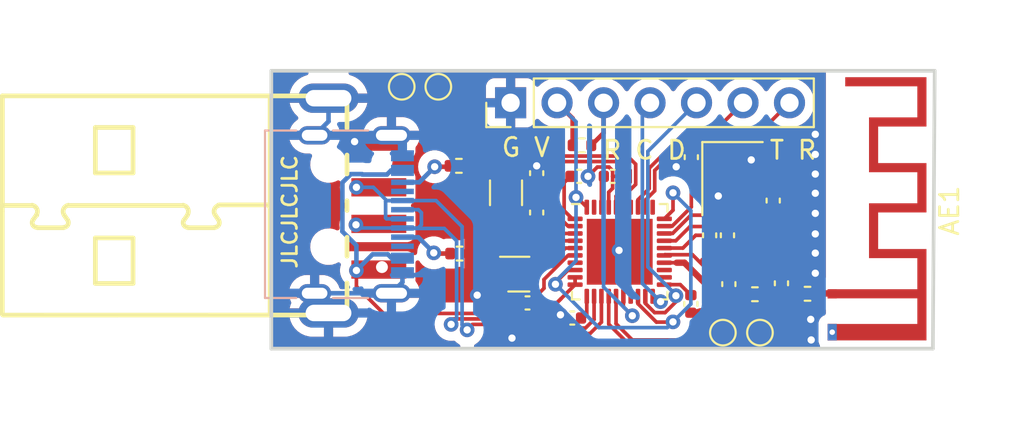
<source format=kicad_pcb>
(kicad_pcb (version 20221018) (generator pcbnew)
  (layers (0 "F.Cu" signal) (1 "In1.Cu" signal) (2 "In2.Cu" signal) (31 "B.Cu" signal) (34 "B.Paste" user) (35 "F.Paste" user) (36 "B.SilkS" user "B.Silkscreen") (37 "F.SilkS" user "F.Silkscreen") (38 "B.Mask" user) (39 "F.Mask" user) (44 "Edge.Cuts" user))
  (net 0 "")
  (net 1 "Net-(AE1-A)")
  (net 2 "GND")
  (net 3 "Net-(U1-ANT)")
  (net 4 "Net-(U1-XC1)")
  (net 5 "Net-(U1-XC2)")
  (net 6 "Net-(U1-XL1{slash}P0.00)")
  (net 7 "Net-(U1-XL2{slash}P0.01)")
  (net 8 "Net-(U1-DEC1)")
  (net 9 "Net-(U1-DEC3)")
  (net 10 "Net-(U1-DEC4)")
  (net 11 "Net-(U1-DEC5)")
  (net 12 "Net-(U1-DEC6)")
  (net 13 "Net-(U1-DECUSB)")
  (net 14 "Net-(J1-CC1)")
  (net 15 "D+")
  (net 16 "D-")
  (net 18 "Net-(J1-CC2)")
  (net 20 "Net-(J2-Pin_3)")
  (net 21 "Net-(J2-Pin_4)")
  (net 22 "Net-(J2-Pin_5)")
  (net 23 "TX")
  (net 24 "RX")
  (net 26 "Net-(U1-P0.14)")
  (net 27 "Net-(U1-P0.15)")
  (net 33 "Net-(D1-RA)")
  (net 34 "Net-(D1-BA)")
  (net 35 "Net-(D1-GA)")
  (net 36 "+5V")
  (net 37 "+3V3")
  (net 38 "Net-(C2-Pad2)")
  (net 39 "Net-(U1-AIN1{slash}P0.03)")
  (net 40 "Net-(U1-AIN0{slash}P0.02)")
  (footprint "Resistor_SMD:R_0402_1005Metric" (layer "F.Cu") (at 37.5095 37.425)
    (fp_text reference "R6" hide)
    (fp_text value "5.1k")
    (pad "1" smd roundrect (at -0.51 0) (size 0.54 0.64) (layers "F.Cu" "F.Paste" "F.Mask") (net 14 "Net-(J1-CC1)"))
    (pad "2" smd roundrect (at 0.51 0) (size 0.54 0.64) (layers "F.Cu" "F.Paste" "F.Mask") (net 2 "GND"))
  )
  (footprint "Resistor_SMD:R_0402_1005Metric" (layer "F.Cu") (at 37.4745 32.625)
    (fp_text reference "R5" hide)
    (fp_text value "5.1k")
    (pad "1" smd roundrect (at -0.51 0) (size 0.54 0.64) (layers "F.Cu" "F.Paste" "F.Mask") (net 18 "Net-(J1-CC2)"))
    (pad "2" smd roundrect (at 0.51 0) (size 0.54 0.64) (layers "F.Cu" "F.Paste" "F.Mask") (net 2 "GND"))
  )
  (footprint "TestPoint:TestPoint_Pad_D1.0mm" (layer "F.Cu") (at 53.925 41.75 90)
    (fp_text reference "TP4" hide)
    (fp_text value "TestPoint")
    (pad "1" smd circle (at 0 0 90) (size 1 1) (layers "F.Cu" "F.Mask") (net 26 "Net-(U1-P0.14)"))
  )
  (footprint "Capacitor_SMD:C_0402_1005Metric" (layer "F.Cu") (at 50.1745 32.15 90)
    (fp_text reference "C5" hide)
    (fp_text value "12p")
    (pad "1" smd roundrect (at -0.48 0 90) (size 0.56 0.62) (layers "F.Cu" "F.Paste" "F.Mask") (net 5 "Net-(U1-XC2)"))
    (pad "2" smd roundrect (at 0.48 0 90) (size 0.56 0.62) (layers "F.Cu" "F.Paste" "F.Mask") (net 2 "GND"))
  )
  (footprint "Resistor_SMD:R_0402_1005Metric" (layer "F.Cu") (at 56.525 39.625 180)
    (fp_text reference "R1" hide)
    (fp_text value "R_Small")
    (pad "1" smd roundrect (at -0.51 0 180) (size 0.54 0.64) (layers "F.Cu" "F.Paste" "F.Mask") (net 1 "Net-(AE1-A)"))
    (pad "2" smd roundrect (at 0.51 0 180) (size 0.54 0.64) (layers "F.Cu" "F.Paste" "F.Mask") (net 38 "Net-(C2-Pad2)"))
  )
  (footprint "Resistor_SMD:R_0402_1005Metric" (layer "F.Cu") (at 44.1995 31.5)
    (fp_text reference "R2" hide)
    (fp_text value "R_Small")
    (pad "1" smd roundrect (at -0.51 0) (size 0.54 0.64) (layers "F.Cu" "F.Paste" "F.Mask") (net 37 "+3V3"))
    (pad "2" smd roundrect (at 0.51 0) (size 0.54 0.64) (layers "F.Cu" "F.Paste" "F.Mask") (net 20 "Net-(J2-Pin_3)"))
  )
  (footprint "Capacitor_SMD:C_0402_1005Metric" (layer "F.Cu") (at 54.6495 34.525 -90)
    (fp_text reference "C4" hide)
    (fp_text value "12p")
    (pad "1" smd roundrect (at -0.48 0 270) (size 0.56 0.62) (layers "F.Cu" "F.Paste" "F.Mask") (net 2 "GND"))
    (pad "2" smd roundrect (at 0.48 0 270) (size 0.56 0.62) (layers "F.Cu" "F.Paste" "F.Mask") (net 4 "Net-(U1-XC1)"))
  )
  (footprint "Capacitor_SMD:C_0402_1005Metric" (layer "F.Cu") (at 44.0495 33.2 180)
    (fp_text reference "C8" hide)
    (fp_text value "100n")
    (pad "1" smd roundrect (at -0.48 0 180) (size 0.56 0.62) (layers "F.Cu" "F.Paste" "F.Mask") (net 2 "GND"))
    (pad "2" smd roundrect (at 0.48 0 180) (size 0.56 0.62) (layers "F.Cu" "F.Paste" "F.Mask") (net 8 "Net-(U1-DEC1)"))
  )
  (footprint "Capacitor_SMD:C_0402_1005Metric" (layer "F.Cu") (at 52.225 39.095 -90)
    (fp_text reference "C3" hide)
    (fp_text value "12p")
    (pad "1" smd roundrect (at -0.48 0 270) (size 0.56 0.62) (layers "F.Cu" "F.Paste" "F.Mask") (net 2 "GND"))
    (pad "2" smd roundrect (at 0.48 0 270) (size 0.56 0.62) (layers "F.Cu" "F.Paste" "F.Mask") (net 3 "Net-(U1-ANT)"))
  )
  (footprint "Capacitor_SMD:C_0402_1005Metric" (layer "F.Cu") (at 41.2245 40.125 180)
    (fp_text reference "C1" hide)
    (fp_text value "100n")
    (pad "1" smd roundrect (at -0.48 0 180) (size 0.56 0.62) (layers "F.Cu" "F.Paste" "F.Mask") (net 36 "+5V"))
    (pad "2" smd roundrect (at 0.48 0 180) (size 0.56 0.62) (layers "F.Cu" "F.Paste" "F.Mask") (net 2 "GND"))
  )
  (footprint "Capacitor_SMD:C_0402_1005Metric" (layer "F.Cu") (at 51.1745 36.425 90)
    (fp_text reference "C9" hide)
    (fp_text value "100n")
    (pad "1" smd roundrect (at -0.48 0 90) (size 0.56 0.62) (layers "F.Cu" "F.Paste" "F.Mask") (net 2 "GND"))
    (pad "2" smd roundrect (at 0.48 0 90) (size 0.56 0.62) (layers "F.Cu" "F.Paste" "F.Mask") (net 9 "Net-(U1-DEC3)"))
  )
  (footprint "Capacitor_SMD:C_0402_1005Metric" (layer "F.Cu") (at 50.1495 40.18 90)
    (fp_text reference "C11" hide)
    (fp_text value "100n")
    (pad "1" smd roundrect (at -0.48 0 90) (size 0.56 0.62) (layers "F.Cu" "F.Paste" "F.Mask") (net 2 "GND"))
    (pad "2" smd roundrect (at 0.48 0 90) (size 0.56 0.62) (layers "F.Cu" "F.Paste" "F.Mask") (net 11 "Net-(U1-DEC5)"))
  )
  (footprint "Capacitor_SMD:C_0402_1005Metric" (layer "F.Cu") (at 52.1495 36.425 90)
    (fp_text reference "C12" hide)
    (fp_text value "100n")
    (pad "1" smd roundrect (at -0.48 0 90) (size 0.56 0.62) (layers "F.Cu" "F.Paste" "F.Mask") (net 2 "GND"))
    (pad "2" smd roundrect (at 0.48 0 90) (size 0.56 0.62) (layers "F.Cu" "F.Paste" "F.Mask") (net 12 "Net-(U1-DEC6)"))
  )
  (footprint "TestPoint:TestPoint_Pad_D1.0mm" (layer "F.Cu") (at 34.35 28.3)
    (fp_text reference "TP2" hide)
    (fp_text value "TestPoint")
    (pad "1" smd circle (at 0 0) (size 1 1) (layers "F.Cu" "F.Mask") (net 40 "Net-(U1-AIN0{slash}P0.02)"))
  )
  (footprint "Package_DFN_QFN:QFN-40-1EP_5x5mm_P0.4mm_EP3.6x3.6mm" (layer "F.Cu") (at 46.262 37.325)
    (fp_text reference "U1" hide)
    (fp_text value "nRF52820-QDxx")
    (pad "1" smd roundrect (at -2.4375 -1.8) (size 0.825 0.25) (layers "F.Cu" "F.Paste" "F.Mask") (net 8 "Net-(U1-DEC1)"))
    (pad "2" smd roundrect (at -2.4375 -1.4) (size 0.825 0.25) (layers "F.Cu" "F.Paste" "F.Mask") (net 6 "Net-(U1-XL1{slash}P0.00)"))
    (pad "3" smd roundrect (at -2.4375 -1) (size 0.825 0.25) (layers "F.Cu" "F.Paste" "F.Mask") (net 7 "Net-(U1-XL2{slash}P0.01)"))
    (pad "4" smd roundrect (at -2.4375 -0.6) (size 0.825 0.25) (layers "F.Cu" "F.Paste" "F.Mask") (net 34 "Net-(D1-BA)"))
    (pad "5" smd roundrect (at -2.4375 -0.2) (size 0.825 0.25) (layers "F.Cu" "F.Paste" "F.Mask") (net 35 "Net-(D1-GA)"))
    (pad "6" smd roundrect (at -2.4375 0.2) (size 0.825 0.25) (layers "F.Cu" "F.Paste" "F.Mask") (net 33 "Net-(D1-RA)"))
    (pad "7" smd roundrect (at -2.4375 0.6) (size 0.825 0.25) (layers "F.Cu" "F.Paste" "F.Mask"))
    (pad "8" smd roundrect (at -2.4375 1) (size 0.825 0.25) (layers "F.Cu" "F.Paste" "F.Mask") (net 37 "+3V3"))
    (pad "9" smd roundrect (at -2.4375 1.4) (size 0.825 0.25) (layers "F.Cu" "F.Paste" "F.Mask") (net 36 "+5V"))
    (pad "10" smd roundrect (at -2.4375 1.8) (size 0.825 0.25) (layers "F.Cu" "F.Paste" "F.Mask") (net 36 "+5V"))
    (pad "11" smd roundrect (at -1.8 2.4375) (size 0.25 0.825) (layers "F.Cu" "F.Paste" "F.Mask") (net 13 "Net-(U1-DECUSB)"))
    (pad "12" smd roundrect (at -1.4 2.4375) (size 0.25 0.825) (layers "F.Cu" "F.Paste" "F.Mask") (net 16 "D-"))
    (pad "13" smd roundrect (at -1 2.4375) (size 0.25 0.825) (layers "F.Cu" "F.Paste" "F.Mask") (net 15 "D+"))
    (pad "14" smd roundrect (at -0.6 2.4375) (size 0.25 0.825) (layers "F.Cu" "F.Paste" "F.Mask") (net 26 "Net-(U1-P0.14)"))
    (pad "15" smd roundrect (at -0.2 2.4375) (size 0.25 0.825) (layers "F.Cu" "F.Paste" "F.Mask") (net 27 "Net-(U1-P0.15)"))
    (pad "16" smd roundrect (at 0.2 2.4375) (size 0.25 0.825) (layers "F.Cu" "F.Paste" "F.Mask") (net 20 "Net-(J2-Pin_3)"))
    (pad "17" smd roundrect (at 0.6 2.4375) (size 0.25 0.825) (layers "F.Cu" "F.Paste" "F.Mask"))
    (pad "18" smd roundrect (at 1 2.4375) (size 0.25 0.825) (layers "F.Cu" "F.Paste" "F.Mask") (net 37 "+3V3"))
    (pad "19" smd roundrect (at 1.4 2.4375) (size 0.25 0.825) (layers "F.Cu" "F.Paste" "F.Mask") (net 22 "Net-(J2-Pin_5)"))
    (pad "20" smd roundrect (at 1.8 2.4375) (size 0.25 0.825) (layers "F.Cu" "F.Paste" "F.Mask") (net 21 "Net-(J2-Pin_4)"))
    (pad "21" smd roundrect (at 2.4375 1.8) (size 0.825 0.25) (layers "F.Cu" "F.Paste" "F.Mask") (net 11 "Net-(U1-DEC5)"))
    (pad "22" smd roundrect (at 2.4375 1.4) (size 0.825 0.25) (layers "F.Cu" "F.Paste" "F.Mask"))
    (pad "23" smd roundrect (at 2.4375 1) (size 0.825 0.25) (layers "F.Cu" "F.Paste" "F.Mask"))
    (pad "24" smd roundrect (at 2.4375 0.6) (size 0.825 0.25) (layers "F.Cu" "F.Paste" "F.Mask") (net 3 "Net-(U1-ANT)"))
    (pad "25" smd roundrect (at 2.4375 0.2) (size 0.825 0.25) (layers "F.Cu" "F.Paste" "F.Mask") (net 2 "GND"))
    (pad "26" smd roundrect (at 2.4375 -0.2) (size 0.825 0.25) (layers "F.Cu" "F.Paste" "F.Mask") (net 12 "Net-(U1-DEC6)"))
    (pad "27" smd roundrect (at 2.4375 -0.6) (size 0.825 0.25) (layers "F.Cu" "F.Paste" "F.Mask") (net 9 "Net-(U1-DEC3)"))
    (pad "28" smd roundrect (at 2.4375 -1) (size 0.825 0.25) (layers "F.Cu" "F.Paste" "F.Mask") (net 4 "Net-(U1-XC1)"))
    (pad "29" smd roundrect (at 2.4375 -1.4) (size 0.825 0.25) (layers "F.Cu" "F.Paste" "F.Mask") (net 5 "Net-(U1-XC2)"))
    (pad "30" smd roundrect (at 2.4375 -1.8) (size 0.825 0.25) (layers "F.Cu" "F.Paste" "F.Mask") (net 37 "+3V3"))
    (pad "31" smd roundrect (at 1.8 -2.4375) (size 0.25 0.825) (layers "F.Cu" "F.Paste" "F.Mask"))
    (pad "32" smd roundrect (at 1.4 -2.4375) (size 0.25 0.825) (layers "F.Cu" "F.Paste" "F.Mask") (net 24 "RX"))
    (pad "33" smd roundrect (at 1 -2.4375) (size 0.25 0.825) (layers "F.Cu" "F.Paste" "F.Mask") (net 23 "TX"))
    (pad "34" smd roundrect (at 0.6 -2.4375) (size 0.25 0.825) (layers "F.Cu" "F.Paste" "F.Mask"))
    (pad "35" smd roundrect (at 0.2 -2.4375) (size 0.25 0.825) (layers "F.Cu" "F.Paste" "F.Mask") (net 39 "Net-(U1-AIN1{slash}P0.03)"))
    (pad "36" smd roundrect (at -0.2 -2.4375) (size 0.25 0.825) (layers "F.Cu" "F.Paste" "F.Mask") (net 40 "Net-(U1-AIN0{slash}P0.02)"))
    (pad "37" smd roundrect (at -0.6 -2.4375) (size 0.25 0.825) (layers "F.Cu" "F.Paste" "F.Mask") (net 2 "GND"))
    (pad "38" smd roundrect (at -1 -2.4375) (size 0.25 0.825) (layers "F.Cu" "F.Paste" "F.Mask") (net 10 "Net-(U1-DEC4)"))
    (pad "39" smd roundrect (at -1.4 -2.4375) (size 0.25 0.825) (layers "F.Cu" "F.Paste" "F.Mask"))
    (pad "40" smd roundrect (at -1.8 -2.4375) (size 0.25 0.825) (layers "F.Cu" "F.Paste" "F.Mask") (net 37 "+3V3"))
    (pad "41" smd rect (at 0 0) (size 3.6 3.6) (layers "F.Cu" "F.Mask") (net 2 "GND"))
  )
  (footprint "TestPoint:TestPoint_Pad_D1.0mm" (layer "F.Cu") (at 51.9 41.75 90)
    (fp_text reference "TP5" hide)
    (fp_text value "TestPoint")
    (pad "1" smd circle (at 0 0 90) (size 1 1) (layers "F.Cu" "F.Mask") (net 27 "Net-(U1-P0.15)"))
  )
  (footprint "Crystal:Crystal_SMD_3225-4Pin_3.2x2.5mm" (layer "F.Cu") (at 52.4245 33.325 -90)
    (fp_text reference "Y1" hide)
    (fp_text value "Crystal_GND24_Small")
    (pad "1" smd rect (at -1.1 0.85 270) (size 1.4 1.2) (layers "F.Cu" "F.Paste" "F.Mask") (net 5 "Net-(U1-XC2)"))
    (pad "2" smd rect (at 1.1 0.85 270) (size 1.4 1.2) (layers "F.Cu" "F.Paste" "F.Mask") (net 2 "GND"))
    (pad "3" smd rect (at 1.1 -0.85 270) (size 1.4 1.2) (layers "F.Cu" "F.Paste" "F.Mask") (net 4 "Net-(U1-XC1)"))
    (pad "4" smd rect (at -1.1 -0.85 270) (size 1.4 1.2) (layers "F.Cu" "F.Paste" "F.Mask") (net 2 "GND"))
  )
  (footprint "RF_Antenna:Texas_SWRA117D_2.4GHz_Left" (layer "F.Cu") (at 57.8745 39.625 -90)
    (fp_text reference "AE1" (at -4.55 -6.41 -90) (layer "F.SilkS"))
    (fp_text value "Antenna")
    (fp_poly (pts (xy -2.45 -2.51) (xy -4.45 -2.51) (xy -4.45 -5.15) (xy -7.15 -5.15) (xy -7.15 -2.51) (xy -9.15 -2.51) (xy -9.15 -5.15) (xy -11.85 -5.15) (xy -11.85 -0.71) (xy -11.35 -0.71) (xy -11.35 -4.65) (xy -9.65 -4.65) (xy -9.65 -2.01) (xy -6.65 -2.01) (xy -6.65 -4.65) (xy -4.95 -4.65) (xy -4.95 -2.01) (xy -1.95 -2.01) (xy -1.95 -4.65) (xy -0.25 -4.65) (xy -0.25 0.25) (xy 0.25 0.25) (xy 0.25 -4.65) (xy 1.65 -4.65) (xy 1.65 0.25) (xy 2.55 0.25) (xy 2.55 0.006785) (xy 2.247583 0.006785) (xy 2.237742 0.054395) (xy 2.213674 0.096797) (xy 2.175731 0.129581) (xy 2.167819 0.133935) (xy 2.125156 0.146043) (xy 2.076637 0.1453) (xy 2.031122 0.1324) (xy 2.012511 0.121787) (xy 1.978868 0.086553) (xy 1.958309 0.041368) (xy 1.951778 -0.008158) (xy 1.960218 -0.056417) (xy 1.977112 -0.088643) (xy 2.012372 -0.121313) (xy 2.057682 -0.141408) (xy 2.107267 -0.147982) (xy 2.155353 -0.140092) (xy 2.188245 -0.123186) (xy 2.223185 -0.086416) (xy 2.242847 -0.041622) (xy 2.247583 0.006785) (xy 2.55 0.006785) (xy 2.55 -5.15) (xy -2.45 -5.15) (xy -2.45 -2.51)) (fill solid) (layer "F.Cu"))
    (pad "1" connect rect (at 0 0 270) (size 0.5 0.5) (layers "F.Cu") (net 1 "Net-(AE1-A)"))
    (pad "2" thru_hole rect (at 2.1 0 270) (size 0.9 0.5) (drill 0.3) (layers "*.Cu"))
  )
  (footprint "Capacitor_SMD:C_0402_1005Metric" (layer "F.Cu") (at 45.875 33.2 180)
    (fp_text reference "C10" hide)
    (fp_text value "100n")
    (pad "1" smd roundrect (at -0.48 0 180) (size 0.56 0.62) (layers "F.Cu" "F.Paste" "F.Mask") (net 2 "GND"))
    (pad "2" smd roundrect (at 0.48 0 180) (size 0.56 0.62) (layers "F.Cu" "F.Paste" "F.Mask") (net 10 "Net-(U1-DEC4)"))
  )
  (footprint "Crystal:Crystal_SMD_3215-2Pin_3.2x1.5mm" (layer "F.Cu") (at 40.0495 34.1 -90)
    (fp_text reference "Y2" hide)
    (fp_text value "32768Khz")
    (pad "1" smd rect (at 1.25 0 270) (size 1 1.8) (layers "F.Cu" "F.Paste" "F.Mask") (net 7 "Net-(U1-XL2{slash}P0.01)"))
    (pad "2" smd rect (at -1.25 0 270) (size 1 1.8) (layers "F.Cu" "F.Paste" "F.Mask") (net 6 "Net-(U1-XL1{slash}P0.00)"))
  )
  (footprint "Capacitor_SMD:C_0402_1005Metric" (layer "F.Cu") (at 55.1 39.05 -90)
    (fp_text reference "C2" hide)
    (fp_text value "12p")
    (pad "1" smd roundrect (at -0.48 0 270) (size 0.56 0.62) (layers "F.Cu" "F.Paste" "F.Mask") (net 2 "GND"))
    (pad "2" smd roundrect (at 0.48 0 270) (size 0.56 0.62) (layers "F.Cu" "F.Paste" "F.Mask") (net 38 "Net-(C2-Pad2)"))
  )
  (footprint "LED_SMD:LED_LiteOn_LTST-C19HE1WT" (layer "F.Cu") (at 40.5245 38.55 90)
    (fp_text reference "D1" hide)
    (fp_text value "LED_RKBG")
    (pad "1" smd rect (at -0.425 -0.725 90) (size 0.65 0.85) (layers "F.Cu" "F.Paste" "F.Mask") (net 33 "Net-(D1-RA)"))
    (pad "2" smd rect (at 0.425 -0.725 90) (size 0.65 0.85) (layers "F.Cu" "F.Paste" "F.Mask") (net 2 "GND"))
    (pad "3" smd rect (at 0.425 0.725 90) (size 0.65 0.85) (layers "F.Cu" "F.Paste" "F.Mask") (net 34 "Net-(D1-BA)"))
    (pad "4" smd rect (at -0.425 0.725 90) (size 0.65 0.85) (layers "F.Cu" "F.Paste" "F.Mask") (net 35 "Net-(D1-GA)"))
  )
  (footprint "Capacitor_SMD:C_0402_1005Metric" (layer "F.Cu") (at 41.7245 35.18 90)
    (fp_text reference "C7" hide)
    (fp_text value "12p")
    (pad "1" smd roundrect (at -0.48 0 90) (size 0.56 0.62) (layers "F.Cu" "F.Paste" "F.Mask") (net 2 "GND"))
    (pad "2" smd roundrect (at 0.48 0 90) (size 0.56 0.62) (layers "F.Cu" "F.Paste" "F.Mask") (net 7 "Net-(U1-XL2{slash}P0.01)"))
  )
  (footprint "Capacitor_SMD:C_0402_1005Metric" (layer "F.Cu") (at 43.6695 40.95)
    (fp_text reference "C13" hide)
    (fp_text value "4.7uF")
    (pad "1" smd roundrect (at -0.48 0) (size 0.56 0.62) (layers "F.Cu" "F.Paste" "F.Mask") (net 2 "GND"))
    (pad "2" smd roundrect (at 0.48 0) (size 0.56 0.62) (layers "F.Cu" "F.Paste" "F.Mask") (net 13 "Net-(U1-DECUSB)"))
  )
  (footprint "Connector_PinHeader_2.54mm:PinHeader_1x07_P2.54mm_Vertical" (layer "F.Cu") (at 40.2995 29.175 90)
    (fp_text reference "J2" hide)
    (fp_text value "Conn_01x07")
    (pad "1" thru_hole rect (at 0 0 90) (size 1.7 1.7) (drill 1) (layers "*.Cu" "*.Mask") (net 2 "GND"))
    (pad "2" thru_hole oval (at 0 2.54 90) (size 1.7 1.7) (drill 1) (layers "*.Cu" "*.Mask") (net 37 "+3V3"))
    (pad "3" thru_hole oval (at 0 5.08 90) (size 1.7 1.7) (drill 1) (layers "*.Cu" "*.Mask") (net 20 "Net-(J2-Pin_3)"))
    (pad "4" thru_hole oval (at 0 7.62 90) (size 1.7 1.7) (drill 1) (layers "*.Cu" "*.Mask") (net 21 "Net-(J2-Pin_4)"))
    (pad "5" thru_hole oval (at 0 10.16 90) (size 1.7 1.7) (drill 1) (layers "*.Cu" "*.Mask") (net 22 "Net-(J2-Pin_5)"))
    (pad "6" thru_hole oval (at 0 12.7 90) (size 1.7 1.7) (drill 1) (layers "*.Cu" "*.Mask") (net 23 "TX"))
    (pad "7" thru_hole oval (at 0 15.24 90) (size 1.7 1.7) (drill 1) (layers "*.Cu" "*.Mask") (net 24 "RX"))
  )
  (footprint "lib:USB-A-SMD_USB-07" (layer "F.Cu") (at 31.725 34.8 -90)
    (fp_text reference "USB1" hide)
    (fp_text value "USB-07")
    (pad "" np_thru_hole circle (at -2.25 1.375 270) (size 1.5 1.5) (drill 1.5) (layers "*.Cu" "*.Mask"))
    (pad "" np_thru_hole circle (at 2.25 1.375 270) (size 1.5 1.5) (drill 1.5) (layers "*.Cu" "*.Mask"))
    (pad "1" smd rect (at 3.5 -1.375 270) (size 1 3) (layers "F.Cu" "F.Paste" "F.Mask") (net 36 "+5V"))
    (pad "2" smd rect (at 1 -1.375 270) (size 1 3) (layers "F.Cu" "F.Paste" "F.Mask") (net 16 "D-"))
    (pad "3" smd rect (at -1 -1.375 270) (size 1 3) (layers "F.Cu" "F.Paste" "F.Mask") (net 15 "D+"))
    (pad "4" smd rect (at -3.5 -1.375 270) (size 1 3) (layers "F.Cu" "F.Paste" "F.Mask") (net 2 "GND"))
    (pad "5" thru_hole oval (at -5.875 1.375 270) (size 1.6 3.3) (drill oval 0.9 2.5) (layers "*.Cu" "*.Mask") (net 2 "GND"))
    (pad "6" thru_hole oval (at 5.875 1.375 270) (size 1.6 3.3) (drill oval 0.9 2.5) (layers "*.Cu" "*.Mask") (net 2 "GND"))
  )
  (footprint "Capacitor_SMD:C_0402_1005Metric" (layer "F.Cu") (at 41.7245 33.025 90)
    (fp_text reference "C6" hide)
    (fp_text value "12p")
    (pad "1" smd roundrect (at -0.48 0 90) (size 0.56 0.62) (layers "F.Cu" "F.Paste" "F.Mask") (net 6 "Net-(U1-XL1{slash}P0.00)"))
    (pad "2" smd roundrect (at 0.48 0 90) (size 0.56 0.62) (layers "F.Cu" "F.Paste" "F.Mask") (net 2 "GND"))
  )
  (footprint "Resistor_SMD:R_0402_1005Metric" (layer "F.Cu") (at 53.65 39.65 180)
    (fp_text reference "R3" hide)
    (fp_text value "R_Small")
    (pad "1" smd roundrect (at -0.51 0 180) (size 0.54 0.64) (layers "F.Cu" "F.Paste" "F.Mask") (net 38 "Net-(C2-Pad2)"))
    (pad "2" smd roundrect (at 0.51 0 180) (size 0.54 0.64) (layers "F.Cu" "F.Paste" "F.Mask") (net 3 "Net-(U1-ANT)"))
  )
  (footprint "TestPoint:TestPoint_Pad_D1.0mm" (layer "F.Cu") (at 36.35 28.3)
    (fp_text reference "TP1" hide)
    (fp_text value "TestPoint")
    (pad "1" smd circle (at 0 0) (size 1 1) (layers "F.Cu" "F.Mask") (net 39 "Net-(U1-AIN1{slash}P0.03)"))
  )
  (footprint "Connector_USB:USB_C_Receptacle_G-Switch_GT-USB-7010ASV" (layer "B.Cu") (at 30.6645 35.275 90)
    (fp_text reference "J1" hide)
    (fp_text value "USB_C_Receptacle_USB2.0")
    (pad "" np_thru_hole circle (at -2.89 2.605 90) (size 0.65 0.65) (drill 0.65) (layers "*.Cu" "*.Mask"))
    (pad "" np_thru_hole circle (at 2.89 2.605 90) (size 0.65 0.65) (drill 0.65) (layers "*.Cu" "*.Mask"))
    (pad "A1" smd rect (at -3.2 3.725 90) (size 0.6 1.24) (layers "B.Cu" "B.Paste" "B.Mask") (net 2 "GND"))
    (pad "A4" smd rect (at -2.4 3.725 90) (size 0.6 1.24) (layers "B.Cu" "B.Paste" "B.Mask") (net 36 "+5V"))
    (pad "A5" smd rect (at -1.25 3.725 90) (size 0.3 1.24) (layers "B.Cu" "B.Paste" "B.Mask") (net 14 "Net-(J1-CC1)"))
    (pad "A6" smd rect (at -0.25 3.725 90) (size 0.3 1.24) (layers "B.Cu" "B.Paste" "B.Mask") (net 15 "D+"))
    (pad "A7" smd rect (at 0.25 3.725 90) (size 0.3 1.24) (layers "B.Cu" "B.Paste" "B.Mask") (net 16 "D-"))
    (pad "A8" smd rect (at 1.25 3.725 90) (size 0.3 1.24) (layers "B.Cu" "B.Paste" "B.Mask"))
    (pad "A9" smd rect (at 2.4 3.725 90) (size 0.6 1.24) (layers "B.Cu" "B.Paste" "B.Mask") (net 36 "+5V"))
    (pad "A12" smd rect (at 3.2 3.725 90) (size 0.6 1.24) (layers "B.Cu" "B.Paste" "B.Mask") (net 2 "GND"))
    (pad "B1" smd rect (at 3.2 3.725 90) (size 0.6 1.24) (layers "B.Cu" "B.Paste" "B.Mask") (net 2 "GND"))
    (pad "B4" smd rect (at 2.4 3.725 90) (size 0.6 1.24) (layers "B.Cu" "B.Paste" "B.Mask") (net 36 "+5V"))
    (pad "B5" smd rect (at 1.75 3.725 90) (size 0.3 1.24) (layers "B.Cu" "B.Paste" "B.Mask") (net 18 "Net-(J1-CC2)"))
    (pad "B6" smd rect (at 0.75 3.725 90) (size 0.3 1.24) (layers "B.Cu" "B.Paste" "B.Mask") (net 15 "D+"))
    (pad "B7" smd rect (at -0.75 3.725 90) (size 0.3 1.24) (layers "B.Cu" "B.Paste" "B.Mask") (net 16 "D-"))
    (pad "B8" smd rect (at -1.75 3.725 90) (size 0.3 1.24) (layers "B.Cu" "B.Paste" "B.Mask"))
    (pad "B9" smd rect (at -2.4 3.725 90) (size 0.6 1.24) (layers "B.Cu" "B.Paste" "B.Mask") (net 36 "+5V"))
    (pad "B12" smd rect (at -3.2 3.725 90) (size 0.6 1.24) (layers "B.Cu" "B.Paste" "B.Mask") (net 2 "GND"))
    (pad "S1" thru_hole oval (at -4.32 -1.075 90) (size 1 1.8) (drill oval 0.6 1.4) (layers "*.Cu" "*.Mask") (net 2 "GND"))
    (pad "S1" thru_hole oval (at -4.32 3.125 90) (size 1 2.1) (drill oval 0.6 1.7) (layers "*.Cu" "*.Mask") (net 2 "GND"))
    (pad "S1" thru_hole oval (at 4.32 -1.075 90) (size 1 1.8) (drill oval 0.6 1.4) (layers "*.Cu" "*.Mask") (net 2 "GND"))
    (pad "S1" thru_hole oval (at 4.32 3.125 90) (size 1 2.1) (drill oval 0.6 1.7) (layers "*.Cu" "*.Mask") (net 2 "GND"))
  )
  (gr_line (start 63.4745 27.425) (end 27.2245 27.425) (stroke (width 0.2)) (layer "Edge.Cuts"))
  (gr_line (start 27.2245 42.625) (end 27.2245 27.425) (stroke (width 0.2)) (layer "Edge.Cuts"))
  (gr_line (start 63.3745 42.625) (end 27.2245 42.625) (stroke (width 0.2)) (layer "Edge.Cuts"))
  (gr_line (start 63.3745 42.625) (end 63.4745 27.425) (stroke (width 0.2)) (layer "Edge.Cuts"))
  (gr_text "R C D" (at 45.2495 32.35) (layer "F.SilkS") (effects (font (size 1 1)) (justify left bottom)))
  (gr_text "T R" (at 54.3745 32.35) (layer "F.SilkS") (effects (font (size 1 1)) (justify left bottom)))
  (gr_text "JLCJLCJLC" (at 28.6995 38.325 90) (layer "F.SilkS") (effects (font (size 0.8 0.8)) (justify left bottom)))
  (gr_text "G V" (at 39.725 32.2) (layer "F.SilkS") (effects (font (size 1 1)) (justify left bottom)))
  (segment (start 56.9995 39.605) (end 57.9795 39.605) (width 0.349) (layer "F.Cu") (net 1))
  (segment (start 57.9795 39.605) (end 58.0495 39.675) (width 0.349) (layer "F.Cu") (net 1))
  (segment (start 45.0395 32.69) (end 45.675833 32.69) (width 0.2) (layer "F.Cu") (net 2))
  (segment (start 51.365 38.615) (end 52.225 38.615) (width 0.2) (layer "F.Cu") (net 2))
  (segment (start 40.7445 40.125) (end 38.8995 40.125) (width 0.2) (layer "F.Cu") (net 2))
  (segment (start 49.3495 32.495) (end 49.3495 32.675) (width 0.2) (layer "F.Cu") (net 2))
  (segment (start 45.875 32.889167) (end 45.875 33.2) (width 0.2) (layer "F.Cu") (net 2))
  (segment (start 55.1 38.57) (end 56.955 38.57) (width 0.2) (layer "F.Cu") (net 2))
  (segment (start 45.662 34.0675) (end 45.662 34.8875) (width 0.2) (layer "F.Cu") (net 2))
  (segment (start 38.8995 40.125) (end 38.4745 39.7) (width 0.2) (layer "F.Cu") (net 2))
  (segment (start 45.875 33.8545) (end 45.662 34.0675) (width 0.2) (layer "F.Cu") (net 2))
  (segment (start 56.955 38.57) (end 57.025 38.5) (width 0.2) (layer "F.Cu") (net 2))
  (segment (start 55.055 38.615) (end 55.1 38.57) (width 0.2) (layer "F.Cu") (net 2))
  (segment (start 48.736755 37.487745) (end 50.237745 37.487745) (width 0.2) (layer "F.Cu") (net 2))
  (segment (start 52.225 38.615) (end 55.055 38.615) (width 0.2) (layer "F.Cu") (net 2))
  (segment (start 45.875 33.2) (end 45.875 33.8545) (width 0.2) (layer "F.Cu") (net 2))
  (segment (start 44.5295 33.2) (end 45.0395 32.69) (width 0.2) (layer "F.Cu") (net 2))
  (segment (start 52.1495 36.905) (end 51.1745 36.905) (width 0.2) (layer "F.Cu") (net 2))
  (segment (start 48.6995 37.525) (end 48.736755 37.487745) (width 0.2) (layer "F.Cu") (net 2))
  (segment (start 50.237745 37.487745) (end 51.365 38.615) (width 0.2) (layer "F.Cu") (net 2))
  (segment (start 45.675833 32.69) (end 45.875 32.889167) (width 0.2) (layer "F.Cu") (net 2))
  (segment (start 46.355 33.2) (end 45.875 33.2) (width 0.2) (layer "F.Cu") (net 2))
  (segment (start 50.1745 31.67) (end 49.3495 32.495) (width 0.2) (layer "F.Cu") (net 2))
  (via (at 41.725 32.625) (size 0.8) (drill 0.4) (layers "F.Cu" "B.Cu") (net 2))
  (via (at 56.725 42.15) (size 0.8) (drill 0.4) (layers "F.Cu" "B.Cu") (net 2))
  (via (at 56.7 41.025) (size 0.8) (drill 0.4) (layers "F.Cu" "B.Cu") (net 2))
  (via (at 56.95 35.225) (size 0.8) (drill 0.4) (layers "F.Cu" "B.Cu") (net 2))
  (via (at 43.0245 40.775) (size 0.8) (drill 0.4) (layers "F.Cu" "B.Cu") (net 2))
  (via (at 56.95 33.075) (size 0.8) (drill 0.4) (layers "F.Cu" "B.Cu") (net 2))
  (via (at 56.95 36.35) (size 0.8) (drill 0.4) (layers "F.Cu" "B.Cu") (net 2))
  (via (at 40.3745 42.05) (size 0.8) (drill 0.4) (layers "F.Cu" "B.Cu") (net 2))
  (via (at 44.5295 33.2) (size 0.8) (drill 0.4) (layers "F.Cu" "B.Cu") (net 2))
  (via (at 49.3495 32.675) (size 0.8) (drill 0.4) (layers "F.Cu" "B.Cu") (net 2))
  (via (at 53.45 32.3) (size 0.8) (drill 0.4) (layers "F.Cu" "B.Cu") (net 2))
  (via (at 46.2245 37.25) (size 0.8) (drill 0.4) (layers "F.Cu" "B.Cu") (net 2))
  (via (at 56.95 34.125) (size 0.8) (drill 0.4) (layers "F.Cu" "B.Cu") (net 2))
  (via (at 56.95 37.4) (size 0.8) (drill 0.4) (layers "F.Cu" "B.Cu") (net 2))
  (via (at 56.95 32) (size 0.8) (drill 0.4) (layers "F.Cu" "B.Cu") (net 2))
  (via (at 38.4745 39.7) (size 0.8) (drill 0.4) (layers "F.Cu" "B.Cu") (net 2))
  (via (at 51.6495 34.275) (size 0.8) (drill 0.4) (layers "F.Cu" "B.Cu") (net 2))
  (via (at 56.95 30.9) (size 0.8) (drill 0.4) (layers "F.Cu" "B.Cu") (net 2))
  (via (at 56.95 38.5) (size 0.8) (drill 0.4) (layers "F.Cu" "B.Cu") (net 2))
  (via (at 31.7745 31.3) (size 0.8) (drill 0.4) (layers "F.Cu" "B.Cu") (net 2))
  (segment (start 31.7745 31.3) (end 33.4445 31.3) (width 0.25) (layer "B.Cu") (net 2))
  (segment (start 29.5895 39.9145) (end 30.35 40.675) (width 0.25) (layer "B.Cu") (net 2))
  (segment (start 34.3895 38.995) (end 33.7895 39.595) (width 0.25) (layer "B.Cu") (net 2))
  (segment (start 29.5895 39.595) (end 33.7895 39.595) (width 0.25) (layer "B.Cu") (net 2))
  (segment (start 29.5895 39.595) (end 29.5895 39.9145) (width 0.25) (layer "B.Cu") (net 2))
  (segment (start 30.35 28.925) (end 30.35 30.1945) (width 0.25) (layer "B.Cu") (net 2))
  (segment (start 34.3895 38.475) (end 34.3895 38.995) (width 0.25) (layer "B.Cu") (net 2))
  (segment (start 33.4445 31.3) (end 33.7895 30.955) (width 0.25) (layer "B.Cu") (net 2))
  (segment (start 34.3895 31.555) (end 33.7895 30.955) (width 0.25) (layer "B.Cu") (net 2))
  (segment (start 34.3895 32.075) (end 34.3895 31.555) (width 0.25) (layer "B.Cu") (net 2))
  (segment (start 29.5895 30.955) (end 33.7895 30.955) (width 0.25) (layer "B.Cu") (net 2))
  (segment (start 30.35 30.1945) (end 29.5895 30.955) (width 0.25) (layer "B.Cu") (net 2))
  (segment (start 51.5545 39.68) (end 49.7995 37.925) (width 0.349) (layer "F.Cu") (net 3))
  (segment (start 53.14 39.65) (end 53.11 39.68) (width 0.349) (layer "F.Cu") (net 3))
  (segment (start 49.7995 37.925) (end 49.3745 37.925) (width 0.349) (layer "F.Cu") (net 3))
  (segment (start 48.6995 37.925) (end 49.3745 37.925) (width 0.2) (layer "F.Cu") (net 3))
  (segment (start 53.11 39.68) (end 51.5545 39.68) (width 0.349) (layer "F.Cu") (net 3))
  (segment (start 49.1495 36.325) (end 50.1495 35.325) (width 0.2) (layer "F.Cu") (net 4))
  (segment (start 53.8545 35.005) (end 53.2745 34.425) (width 0.2) (layer "F.Cu") (net 4))
  (segment (start 52.3745 35.325) (end 53.2745 34.425) (width 0.2) (layer "F.Cu") (net 4))
  (segment (start 50.1495 35.325) (end 52.3745 35.325) (width 0.2) (layer "F.Cu") (net 4))
  (segment (start 54.6495 35.005) (end 53.8545 35.005) (width 0.2) (layer "F.Cu") (net 4))
  (segment (start 48.6995 36.325) (end 49.1495 36.325) (width 0.2) (layer "F.Cu") (net 4))
  (segment (start 51.1695 32.63) (end 51.5745 32.225) (width 0.2) (layer "F.Cu") (net 5))
  (segment (start 49.1245 35.925) (end 48.6995 35.925) (width 0.2) (layer "F.Cu") (net 5))
  (segment (start 50.1745 32.63) (end 51.1695 32.63) (width 0.2) (layer "F.Cu") (net 5))
  (segment (start 50.1745 34.875) (end 49.1245 35.925) (width 0.2) (layer "F.Cu") (net 5))
  (segment (start 50.1745 32.63) (end 50.1745 34.875) (width 0.2) (layer "F.Cu") (net 5))
  (segment (start 43.440769 35.925) (end 42.6745 35.158731) (width 0.2) (layer "F.Cu") (net 6))
  (segment (start 42.6745 34.455) (end 41.7245 33.505) (width 0.2) (layer "F.Cu") (net 6))
  (segment (start 42.6745 35.158731) (end 42.6745 34.455) (width 0.2) (layer "F.Cu") (net 6))
  (segment (start 41.7245 33.505) (end 40.7045 33.505) (width 0.2) (layer "F.Cu") (net 6))
  (segment (start 43.8245 35.925) (end 43.440769 35.925) (width 0.2) (layer "F.Cu") (net 6))
  (segment (start 40.7045 33.505) (end 40.0495 32.85) (width 0.2) (layer "F.Cu") (net 6))
  (segment (start 43.180333 36.325) (end 41.7245 34.869167) (width 0.2) (layer "F.Cu") (net 7))
  (segment (start 41.7245 34.7) (end 40.6995 34.7) (width 0.2) (layer "F.Cu") (net 7))
  (segment (start 40.6995 34.7) (end 40.0495 35.35) (width 0.2) (layer "F.Cu") (net 7))
  (segment (start 41.7245 34.869167) (end 41.7245 34.7) (width 0.2) (layer "F.Cu") (net 7))
  (segment (start 43.8245 36.325) (end 43.180333 36.325) (width 0.2) (layer "F.Cu") (net 7))
  (segment (start 43.2245 33.545) (end 43.2245 35.075) (width 0.2) (layer "F.Cu") (net 8))
  (segment (start 43.6745 35.525) (end 43.8245 35.525) (width 0.2) (layer "F.Cu") (net 8))
  (segment (start 43.2245 35.075) (end 43.6745 35.525) (width 0.2) (layer "F.Cu") (net 8))
  (segment (start 43.5695 33.2) (end 43.2245 33.545) (width 0.2) (layer "F.Cu") (net 8))
  (segment (start 48.6995 36.725) (end 49.3245 36.725) (width 0.2) (layer "F.Cu") (net 9))
  (segment (start 50.1045 35.945) (end 51.1745 35.945) (width 0.2) (layer "F.Cu") (net 9))
  (segment (start 49.3245 36.725) (end 50.1045 35.945) (width 0.2) (layer "F.Cu") (net 9))
  (segment (start 45.262 33.5075) (end 45.262 34.8875) (width 0.2) (layer "F.Cu") (net 10))
  (segment (start 45.5695 33.2) (end 45.262 33.5075) (width 0.2) (layer "F.Cu") (net 10))
  (segment (start 48.6995 39.125) (end 49.5745 39.125) (width 0.2) (layer "F.Cu") (net 11))
  (segment (start 49.5745 39.125) (end 50.1495 39.7) (width 0.2) (layer "F.Cu") (net 11))
  (segment (start 51.6695 36.425) (end 52.1495 35.945) (width 0.2) (layer "F.Cu") (net 12))
  (segment (start 49.713667 37.125) (end 50.413667 36.425) (width 0.2) (layer "F.Cu") (net 12))
  (segment (start 50.413667 36.425) (end 51.6695 36.425) (width 0.2) (layer "F.Cu") (net 12))
  (segment (start 48.6995 37.125) (end 49.713667 37.125) (width 0.2) (layer "F.Cu") (net 12))
  (segment (start 44.462 40.7625) (end 44.1495 41.075) (width 0.2) (layer "F.Cu") (net 13))
  (segment (start 44.462 39.7625) (end 44.462 40.7625) (width 0.2) (layer "F.Cu") (net 13))
  (segment (start 36.1395 37.425) (end 36.0995 37.385) (width 0.25) (layer "F.Cu") (net 14))
  (segment (start 36.9995 37.425) (end 36.1395 37.425) (width 0.25) (layer "F.Cu") (net 14))
  (via (at 36.0995 37.385) (size 0.8) (drill 0.4) (layers "F.Cu" "B.Cu") (net 14))
  (segment (start 35.2595 36.535) (end 36.0995 37.375) (width 0.25) (layer "B.Cu") (net 14))
  (segment (start 34.3395 36.535) (end 35.2595 36.535) (width 0.25) (layer "B.Cu") (net 14))
  (segment (start 44.639597 41.8) (end 45.262 41.177597) (width 0.2) (layer "F.Cu") (net 15))
  (segment (start 42.5245 41.8) (end 44.639597 41.8) (width 0.2) (layer "F.Cu") (net 15))
  (segment (start 38.224 41.3) (end 42.0245 41.3) (width 0.2) (layer "F.Cu") (net 15))
  (segment (start 37.9245 41.5995) (end 38.224 41.3) (width 0.2) (layer "F.Cu") (net 15))
  (segment (start 45.262 41.177597) (end 45.262 39.7625) (width 0.2) (layer "F.Cu") (net 15))
  (segment (start 42.0245 41.3) (end 42.5245 41.8) (width 0.2) (layer "F.Cu") (net 15))
  (via (at 31.8745 33.8) (size 0.8) (drill 0.4) (layers "F.Cu" "B.Cu") (net 15))
  (via (at 37.9245 41.5995) (size 0.8) (drill 0.4) (layers "F.Cu" "B.Cu") (net 15))
  (segment (start 33.7245 34.525) (end 33.5245 34.525) (width 0.2) (layer "B.Cu") (net 15))
  (segment (start 32.7995 33.8) (end 31.8745 33.8) (width 0.2) (layer "B.Cu") (net 15))
  (segment (start 33.5195 35.525) (end 33.4695 35.475) (width 0.2) (layer "B.Cu") (net 15))
  (segment (start 37.6495 41.3245) (end 37.6495 35.95) (width 0.2) (layer "B.Cu") (net 15))
  (segment (start 34.3895 34.525) (end 33.7245 34.525) (width 0.2) (layer "B.Cu") (net 15))
  (segment (start 33.4695 35.475) (end 33.4695 34.575) (width 0.2) (layer "B.Cu") (net 15))
  (segment (start 33.5195 34.525) (end 33.7245 34.525) (width 0.2) (layer "B.Cu") (net 15))
  (segment (start 33.5245 34.525) (end 32.7995 33.8) (width 0.2) (layer "B.Cu") (net 15))
  (segment (start 36.2245 34.525) (end 34.3895 34.525) (width 0.2) (layer "B.Cu") (net 15))
  (segment (start 37.6495 35.95) (end 36.2245 34.525) (width 0.2) (layer "B.Cu") (net 15))
  (segment (start 34.3895 35.525) (end 33.5195 35.525) (width 0.2) (layer "B.Cu") (net 15))
  (segment (start 37.9245 41.5995) (end 37.6495 41.3245) (width 0.2) (layer "B.Cu") (net 15))
  (segment (start 33.4695 34.575) (end 33.5195 34.525) (width 0.2) (layer "B.Cu") (net 15))
  (segment (start 37.1745 41) (end 37.0495 41.125) (width 0.2) (layer "F.Cu") (net 16))
  (segment (start 44.862 41.028333) (end 44.390333 41.5) (width 0.2) (layer "F.Cu") (net 16))
  (segment (start 44.862 39.7625) (end 44.862 41.028333) (width 0.2) (layer "F.Cu") (net 16))
  (segment (start 42.648764 41.5) (end 42.148764 41) (width 0.2) (layer "F.Cu") (net 16))
  (segment (start 42.148764 41) (end 37.1745 41) (width 0.2) (layer "F.Cu") (net 16))
  (segment (start 44.390333 41.5) (end 42.648764 41.5) (width 0.2) (layer "F.Cu") (net 16))
  (via (at 37.0495 41.2995) (size 0.8) (drill 0.4) (layers "F.Cu" "B.Cu") (net 16))
  (via (at 31.8495 35.85) (size 0.8) (drill 0.4) (layers "F.Cu" "B.Cu") (net 16))
  (segment (start 35.4245 35.85) (end 35.2495 36.025) (width 0.2) (layer "B.Cu") (net 16))
  (segment (start 34.4145 36.05) (end 34.3895 36.025) (width 0.2) (layer "B.Cu") (net 16))
  (segment (start 34.3895 36.025) (end 32.0245 36.025) (width 0.2) (layer "B.Cu") (net 16))
  (segment (start 36.6745 36.05) (end 34.4145 36.05) (width 0.2) (layer "B.Cu") (net 16))
  (segment (start 35.4245 35.19) (end 35.4245 35.85) (width 0.2) (layer "B.Cu") (net 16))
  (segment (start 37.3495 40.9995) (end 37.3495 36.725) (width 0.2) (layer "B.Cu") (net 16))
  (segment (start 32.0245 36.025) (end 31.8495 35.85) (width 0.2) (layer "B.Cu") (net 16))
  (segment (start 35.2495 36.025) (end 34.3895 36.025) (width 0.2) (layer "B.Cu") (net 16))
  (segment (start 37.3495 36.725) (end 36.6745 36.05) (width 0.2) (layer "B.Cu") (net 16))
  (segment (start 37.0495 41.2995) (end 37.3495 40.9995) (width 0.2) (layer "B.Cu") (net 16))
  (segment (start 34.3895 35.025) (end 35.2595 35.025) (width 0.2) (layer "B.Cu") (net 16))
  (segment (start 35.2595 35.025) (end 35.4245 35.19) (width 0.2) (layer "B.Cu") (net 16))
  (segment (start 36.1495 32.675) (end 36.9145 32.675) (width 0.25) (layer "F.Cu") (net 18))
  (segment (start 36.9145 32.675) (end 36.9645 32.625) (width 0.25) (layer "F.Cu") (net 18))
  (via (at 36.1495 32.675) (size 0.8) (drill 0.4) (layers "F.Cu" "B.Cu") (net 18))
  (segment (start 35.3095 33.525) (end 36.1495 32.685) (width 0.25) (layer "B.Cu") (net 18))
  (segment (start 36.1495 32.685) (end 36.1495 32.675) (width 0.25) (layer "B.Cu") (net 18))
  (segment (start 34.3895 33.525) (end 35.3095 33.525) (width 0.25) (layer "B.Cu") (net 18))
  (segment (start 45.3795 30.83) (end 45.3795 29.175) (width 0.25) (layer "F.Cu") (net 20))
  (segment (start 44.7095 31.5) (end 45.3795 30.83) (width 0.25) (layer "F.Cu") (net 20))
  (segment (start 46.95 40.825) (end 46.462 40.337) (width 0.2) (layer "F.Cu") (net 20))
  (segment (start 46.462 40.337) (end 46.462 39.7625) (width 0.2) (layer "F.Cu") (net 20))
  (via (at 46.95 40.825) (size 0.8) (drill 0.4) (layers "F.Cu" "B.Cu") (net 20))
  (segment (start 45.3795 29.175) (end 45.3795 38.9) (width 0.25) (layer "B.Cu") (net 20))
  (segment (start 46.95 40.825) (end 45.3795 39.2545) (width 0.2) (layer "B.Cu") (net 20))
  (segment (start 45.3795 39.2545) (end 45.3795 38.9) (width 0.2) (layer "B.Cu") (net 20))
  (segment (start 48.353921 40.054421) (end 48.062 39.7625) (width 0.2) (layer "F.Cu") (net 21))
  (segment (start 48.493584 40.054421) (end 48.353921 40.054421) (width 0.2) (layer "F.Cu") (net 21))
  (via (at 48.493584 40.054421) (size 0.8) (drill 0.4) (layers "F.Cu" "B.Cu") (net 21))
  (segment (start 47.4995 29.595) (end 47.9195 29.175) (width 0.2) (layer "B.Cu") (net 21))
  (segment (start 47.4995 39.060337) (end 47.4995 29.595) (width 0.2) (layer "B.Cu") (net 21))
  (segment (start 48.493584 40.054421) (end 47.4995 39.060337) (width 0.2) (layer "B.Cu") (net 21))
  (segment (start 49.333089 39.731411) (end 49.333089 40.063445) (width 0.2) (layer "F.Cu") (net 22))
  (segment (start 48.17019 40.654421) (end 47.662 40.146231) (width 0.2) (layer "F.Cu") (net 22))
  (segment (start 47.662 40.146231) (end 47.662 39.7625) (width 0.2) (layer "F.Cu") (net 22))
  (segment (start 48.742113 40.654421) (end 48.17019 40.654421) (width 0.2) (layer "F.Cu") (net 22))
  (segment (start 49.333089 40.063445) (end 48.742113 40.654421) (width 0.2) (layer "F.Cu") (net 22))
  (via (at 49.333089 39.731411) (size 0.8) (drill 0.4) (layers "F.Cu" "B.Cu") (net 22))
  (segment (start 50.4595 29.175) (end 47.7995 31.835) (width 0.2) (layer "B.Cu") (net 22))
  (segment (start 49.333089 39.683589) (end 47.7995 38.15) (width 0.2) (layer "B.Cu") (net 22))
  (segment (start 47.7995 31.835) (end 47.7995 38.15) (width 0.2) (layer "B.Cu") (net 22))
  (segment (start 49.333089 39.731411) (end 49.333089 39.683589) (width 0.2) (layer "B.Cu") (net 22))
  (segment (start 47.875 32.754403) (end 47.875 33.866505) (width 0.2) (layer "F.Cu") (net 23))
  (segment (start 47.262 34.479505) (end 47.262 34.8875) (width 0.2) (layer "F.Cu") (net 23))
  (segment (start 49.739403 30.89) (end 47.875 32.754403) (width 0.2) (layer "F.Cu") (net 23))
  (segment (start 52.9995 29.175) (end 51.2845 30.89) (width 0.2) (layer "F.Cu") (net 23))
  (segment (start 47.875 33.866505) (end 47.262 34.479505) (width 0.2) (layer "F.Cu") (net 23))
  (segment (start 51.2845 30.89) (end 49.739403 30.89) (width 0.2) (layer "F.Cu") (net 23))
  (segment (start 55.5395 29.175) (end 53.5245 31.19) (width 0.2) (layer "F.Cu") (net 24))
  (segment (start 49.863667 31.19) (end 48.175 32.878667) (width 0.2) (layer "F.Cu") (net 24))
  (segment (start 47.662 34.503769) (end 47.662 34.8875) (width 0.2) (layer "F.Cu") (net 24))
  (segment (start 48.175 32.878667) (end 48.175 33.990769) (width 0.2) (layer "F.Cu") (net 24))
  (segment (start 53.5245 31.19) (end 49.863667 31.19) (width 0.2) (layer "F.Cu") (net 24))
  (segment (start 48.175 33.990769) (end 47.662 34.503769) (width 0.2) (layer "F.Cu") (net 24))
  (segment (start 46.825736 42.45) (end 46.612868 42.237132) (width 0.2) (layer "F.Cu") (net 26))
  (segment (start 54.125 41.8) (end 53.475 42.45) (width 0.2) (layer "F.Cu") (net 26))
  (segment (start 45.662 41.286264) (end 45.662 39.7625) (width 0.2) (layer "F.Cu") (net 26))
  (segment (start 46.625735 42.249999) (end 45.662 41.286264) (width 0.2) (layer "F.Cu") (net 26))
  (segment (start 53.475 42.45) (end 46.825736 42.45) (width 0.2) (layer "F.Cu") (net 26))
  (segment (start 46.95 42.15) (end 46.062 41.262) (width 0.2) (layer "F.Cu") (net 27))
  (segment (start 51.9 41.75) (end 51.5 42.15) (width 0.2) (layer "F.Cu") (net 27))
  (segment (start 51.5 42.15) (end 46.95 42.15) (width 0.2) (layer "F.Cu") (net 27))
  (segment (start 46.062 41.262) (end 46.062 39.7625) (width 0.2) (layer "F.Cu") (net 27))
  (segment (start 41.9245 39.525) (end 40.3495 39.525) (width 0.2) (layer "F.Cu") (net 33))
  (segment (start 42.1245 38.841269) (end 42.1245 39.325) (width 0.2) (layer "F.Cu") (net 33))
  (segment (start 43.440769 37.525) (end 42.1245 38.841269) (width 0.2) (layer "F.Cu") (net 33))
  (segment (start 43.8245 37.525) (end 43.440769 37.525) (width 0.2) (layer "F.Cu") (net 33))
  (segment (start 40.3495 39.525) (end 39.7995 38.975) (width 0.2) (layer "F.Cu") (net 33))
  (segment (start 42.1245 39.325) (end 41.9245 39.525) (width 0.2) (layer "F.Cu") (net 33))
  (segment (start 42.6495 36.725) (end 41.2495 38.125) (width 0.2) (layer "F.Cu") (net 34))
  (segment (start 43.8245 36.725) (end 42.6495 36.725) (width 0.2) (layer "F.Cu") (net 34))
  (segment (start 43.2995 37.125) (end 41.4495 38.975) (width 0.2) (layer "F.Cu") (net 35))
  (segment (start 43.8245 37.125) (end 43.2995 37.125) (width 0.2) (layer "F.Cu") (net 35))
  (segment (start 41.4495 38.975) (end 41.2495 38.975) (width 0.2) (layer "F.Cu") (net 35))
  (segment (start 43.8245 38.725) (end 43.8245 38.9) (width 0.2) (layer "F.Cu") (net 36))
  (segment (start 42.8245 40.125) (end 43.0495 39.9) (width 0.2) (layer "F.Cu") (net 36))
  (segment (start 31.8745 39.219949) (end 31.8745 38.35) (width 0.2) (layer "F.Cu") (net 36))
  (segment (start 43.8245 39.125) (end 43.0495 39.9) (width 0.2) (layer "F.Cu") (net 36))
  (segment (start 43.8245 38.9) (end 43.8245 39.125) (width 0.2) (layer "F.Cu") (net 36))
  (segment (start 41.7045 40.125) (end 42.8245 40.125) (width 0.2) (layer "F.Cu") (net 36))
  (segment (start 43.0495 39.9) (end 42.2495 40.7) (width 0.2) (layer "F.Cu") (net 36))
  (segment (start 42.2495 40.7) (end 33.354551 40.7) (width 0.2) (layer "F.Cu") (net 36))
  (segment (start 33.354551 40.7) (end 31.8745 39.219949) (width 0.2) (layer "F.Cu") (net 36))
  (via (at 31.8745 38.35) (size 0.8) (drill 0.4) (layers "F.Cu" "B.Cu") (net 36))
  (segment (start 33.7995 37.675) (end 34.3895 37.675) (width 0.25) (layer "B.Cu") (net 36))
  (segment (start 31.107745 33.54145) (end 31.107745 36.216755) (width 0.25) (layer "B.Cu") (net 36))
  (segment (start 32.174805 33.075) (end 31.574195 33.075) (width 0.25) (layer "B.Cu") (net 36))
  (segment (start 31.107745 36.216755) (end 31.8745 36.98351) (width 0.25) (layer "B.Cu") (net 36))
  (segment (start 33.769449 32.875) (end 33.544449 33.1) (width 0.25) (layer "B.Cu") (net 36))
  (segment (start 34.3895 32.875) (end 33.769449 32.875) (width 0.25) (layer "B.Cu") (net 36))
  (segment (start 33.5895 37.465) (end 33.7995 37.675) (width 0.25) (layer "B.Cu") (net 36))
  (segment (start 32.7595 37.465) (end 33.5895 37.465) (width 0.25) (layer "B.Cu") (net 36))
  (segment (start 31.8745 38.35) (end 32.7595 37.465) (width 0.25) (layer "B.Cu") (net 36))
  (segment (start 32.199805 33.1) (end 32.174805 33.075) (width 0.25) (layer "B.Cu") (net 36))
  (segment (start 31.8745 36.98351) (end 31.8745 38.35) (width 0.25) (layer "B.Cu") (net 36))
  (segment (start 33.544449 33.1) (end 32.199805 33.1) (width 0.25) (layer "B.Cu") (net 36))
  (segment (start 31.574195 33.075) (end 31.107745 33.54145) (width 0.25) (layer "B.Cu") (net 36))
  (segment (start 42.750048 39.015721) (end 43.440769 38.325) (width 0.2) (layer "F.Cu") (net 37))
  (segment (start 48.266505 41.175) (end 47.262 40.170495) (width 0.2) (layer "F.Cu") (net 37))
  (segment (start 43.440769 38.325) (end 43.8245 38.325) (width 0.2) (layer "F.Cu") (net 37))
  (segment (start 49.172436 41.162269) (end 49.159705 41.175) (width 0.2) (layer "F.Cu") (net 37))
  (segment (start 43.6895 31.5) (end 43.6895 30.025) (width 0.25) (layer "F.Cu") (net 37))
  (segment (start 49.1745 34.1) (end 49.1745 35.05) (width 0.2) (layer "F.Cu") (net 37))
  (segment (start 43.6895 30.025) (end 42.8395 29.175) (width 0.25) (layer "F.Cu") (net 37))
  (segment (start 47.262 40.170495) (end 47.262 39.7625) (width 0.2) (layer "F.Cu") (net 37))
  (segment (start 49.1745 35.05) (end 48.6995 35.525) (width 0.2) (layer "F.Cu") (net 37))
  (segment (start 44.462 34.8875) (end 43.9245 34.35) (width 0.2) (layer "F.Cu") (net 37))
  (segment (start 49.159705 41.175) (end 48.266505 41.175) (width 0.2) (layer "F.Cu") (net 37))
  (segment (start 43.9245 34.35) (end 43.8745 34.35) (width 0.2) (layer "F.Cu") (net 37))
  (segment (start 42.750048 39.104444) (end 42.750048 39.015721) (width 0.2) (layer "F.Cu") (net 37))
  (via (at 43.8745 34.35) (size 0.8) (drill 0.4) (layers "F.Cu" "B.Cu") (net 37))
  (via (at 42.750048 39.104444) (size 0.8) (drill 0.4) (layers "F.Cu" "B.Cu") (net 37))
  (via (at 49.1745 34.1) (size 0.8) (drill 0.4) (layers "F.Cu" "B.Cu") (net 37))
  (via (at 49.172436 41.162269) (size 0.8) (drill 0.4) (layers "F.Cu" "B.Cu") (net 37))
  (segment (start 50.1495 40.185205) (end 48.859705 41.475) (width 0.2) (layer "B.Cu") (net 37))
  (segment (start 43.8745 37.825) (end 42.7245 38.975) (width 0.2) (layer "B.Cu") (net 37))
  (segment (start 48.859705 41.475) (end 45.120604 41.475) (width 0.2) (layer "B.Cu") (net 37))
  (segment (start 49.1745 34.1) (end 50.1495 35.075) (width 0.2) (layer "B.Cu") (net 37))
  (segment (start 45.120604 41.475) (end 42.750048 39.104444) (width 0.2) (layer "B.Cu") (net 37))
  (segment (start 43.8745 30.21) (end 42.8395 29.175) (width 0.2) (layer "B.Cu") (net 37))
  (segment (start 50.1495 35.075) (end 50.1495 40.185205) (width 0.2) (layer "B.Cu") (net 37))
  (segment (start 43.8745 34.35) (end 43.8745 37.825) (width 0.2) (layer "B.Cu") (net 37))
  (segment (start 43.8745 34.35) (end 43.8745 30.21) (width 0.2) (layer "B.Cu") (net 37))
  (segment (start 54.16 39.65) (end 55.99 39.65) (width 0.349) (layer "F.Cu") (net 38))
  (segment (start 55.99 39.65) (end 56.015 39.625) (width 0.349) (layer "F.Cu") (net 38))
  (segment (start 42.514264 32.09) (end 46.689264 32.09) (width 0.2) (layer "F.Cu") (net 39))
  (segment (start 41.824264 31.4) (end 42.514264 32.09) (width 0.2) (layer "F.Cu") (net 39))
  (segment (start 47.135 32.535736) (end 47.135 33.64) (width 0.2) (layer "F.Cu") (net 39))
  (segment (start 39.275 31.4) (end 41.824264 31.4) (width 0.2) (layer "F.Cu") (net 39))
  (segment (start 46.689264 32.09) (end 47.135 32.535736) (width 0.2) (layer "F.Cu") (net 39))
  (segment (start 47.135 33.64) (end 46.462 34.313) (width 0.2) (layer "F.Cu") (net 39))
  (segment (start 46.462 34.313) (end 46.462 34.8875) (width 0.2) (layer "F.Cu") (net 39))
  (segment (start 36.45 28.575) (end 39.275 31.4) (width 0.2) (layer "F.Cu") (net 39))
  (segment (start 46.062 34.8875) (end 46.062 34.283833) (width 0.2) (layer "F.Cu") (net 40))
  (segment (start 42.39 32.39) (end 41.7 31.7) (width 0.2) (layer "F.Cu") (net 40))
  (segment (start 46.35 32.39) (end 42.39 32.39) (width 0.2) (layer "F.Cu") (net 40))
  (segment (start 46.062 34.283833) (end 46.835 33.510833) (width 0.2) (layer "F.Cu") (net 40))
  (segment (start 46.835 33.510833) (end 46.835 32.875) (width 0.2) (layer "F.Cu") (net 40))
  (segment (start 41.7 31.7) (end 39.150736 31.7) (width 0.2) (layer "F.Cu") (net 40))
  (segment (start 46.835 32.875) (end 46.35 32.39) (width 0.2) (layer "F.Cu") (net 40))
  (segment (start 39.150736 31.7) (end 37.137868 29.687132) (width 0.2) (layer "F.Cu") (net 40))
  (segment (start 37.137868 29.687132) (end 35.562132 29.687132) (width 0.2) (layer "F.Cu") (net 40))
  (segment (start 35.562132 29.687132) (end 34.45 28.575) (width 0.2) (layer "F.Cu") (net 40))
  (zone (net 2) (net_name "GND") (layers "F.Cu" "In1.Cu" "In2.Cu" "B.Cu") (connect_pads (clearance 0.5)) (min_thickness 0.25) (fill yes (thermal_gap 0.5) (thermal_bridge_width 0.5))
    (polygon (pts (xy 25.6245 23.875) (xy 25.2995 47.225) (xy 68.3745 44.975) (xy 66.2995 23.625) (xy 25.6995 23.85)))
  )
  (zone (net 0) (net_name "") (layers "F.Cu" "In1.Cu" "In2.Cu" "B.Cu") (connect_pads (clearance 0)) (min_thickness 0.25)
    (keepout (tracks allowed) (vias not_allowed) (pads allowed) (copperpour not_allowed) (footprints allowed))
    (fill (thermal_gap 0.5) (thermal_bridge_width 0.5))
    (polygon (pts (xy 57.5245 27.35) (xy 57.5245 42.65) (xy 63.3245 42.675) (xy 63.3995 27.425)))
  )
)
</source>
